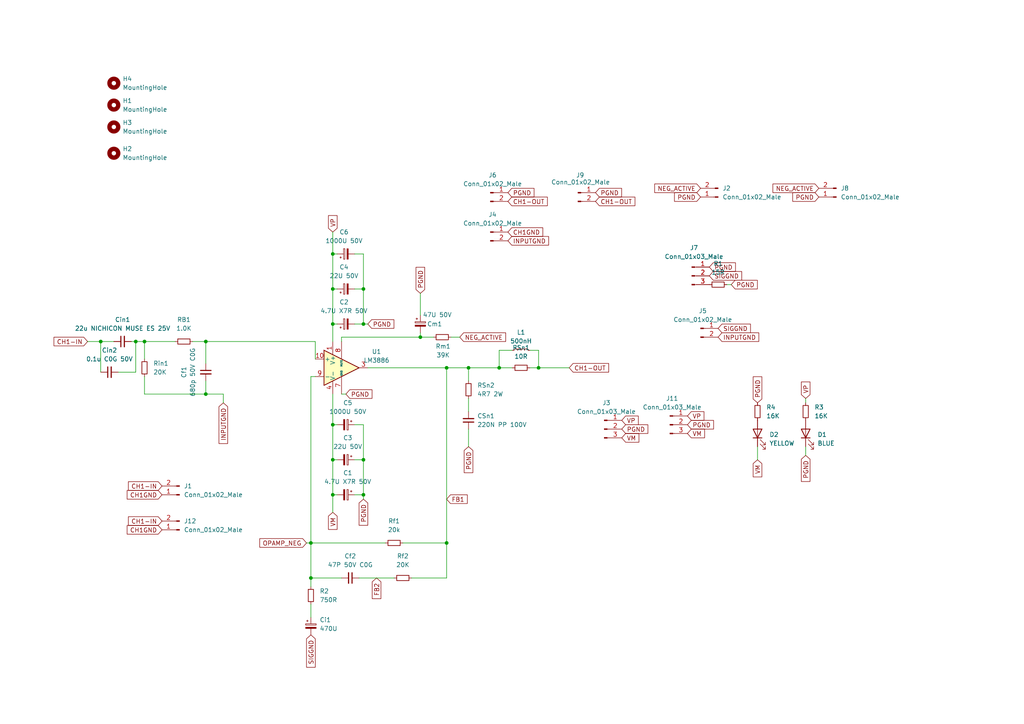
<source format=kicad_sch>
(kicad_sch (version 20231120) (generator "eeschema") (generator_version "8.0")
  (paper "A4")
  (lib_symbols
    (symbol "Amplifier_Audio:LM3886" (pin_names (offset 0.127))
      (property "Reference" "U" (at 5.08 6.35 0))
      (property "Value" "LM3886" (at 5.08 3.81 0))
      (symbol "LM3886_0_1"
        (polyline (pts (xy -5.08 5.08) (xy 5.08 0) (xy -5.08 -5.08) (xy -5.08 5.08)) (stroke (width 0.254)) (fill (type background)))
      )
      (symbol "LM3886_1_1"
        (pin power_in line (at -2.54 7.62 270) (length 3.81) (name "V+") (number "1"))
        (pin input line (at -7.62 2.54 0) (length 2.54) (name "+") (number "10"))
        (pin no_connect line (at 2.54 2.54 270) (length 2.54) hide (name "NC") (number "11"))
        (pin no_connect line (at -2.54 2.54 270) (length 2.54) hide (name "NC") (number "2"))
        (pin output line (at 7.62 0 180) (length 2.54) (name "~") (number "3"))
        (pin power_in line (at -2.54 -7.62 90) (length 3.81) (name "V-") (number "4"))
        (pin passive line (at -2.54 7.62 270) (length 3.81) hide (name "V+") (number "5"))
        (pin no_connect line (at 0 2.54 270) (length 2.54) hide (name "NC") (number "6"))
        (pin power_in line (at 0 -7.62 90) (length 5.08) (name "GND") (number "7"))
        (pin input line (at 0 7.62 270) (length 5.08) (name "MUTE") (number "8"))
        (pin input line (at -7.62 -2.54 0) (length 2.54) (name "-") (number "9"))
      )
    )
    (symbol "Connector:Conn_01x02_Male" (pin_names (offset 1.016) hide)
      (property "Reference" "J" (at 0 2.54 0))
      (property "Value" "Conn_01x02_Male" (at 0 -5.08 0))
      (symbol "Conn_01x02_Male_1_1"
        (polyline (pts (xy 1.27 -2.54) (xy 0.8636 -2.54)) (stroke (width 0.1524)))
        (polyline (pts (xy 1.27 0) (xy 0.8636 0)) (stroke (width 0.1524)))
        (rectangle (start 0.8636 -2.413) (end 0 -2.667) (stroke (width 0.1524)) (fill (type outline)))
        (rectangle (start 0.8636 0.127) (end 0 -0.127) (stroke (width 0.1524)) (fill (type outline)))
        (pin passive line (at 5.08 0 180) (length 3.81) (name "Pin_1") (number "1"))
        (pin passive line (at 5.08 -2.54 180) (length 3.81) (name "Pin_2") (number "2"))
      )
    )
    (symbol "Connector:Conn_01x03_Male" (pin_names (offset 1.016) hide)
      (property "Reference" "J" (at 0 5.08 0))
      (property "Value" "Conn_01x03_Male" (at 0 -5.08 0))
      (symbol "Conn_01x03_Male_1_1"
        (polyline (pts (xy 1.27 -2.54) (xy 0.8636 -2.54)) (stroke (width 0.1524)))
        (polyline (pts (xy 1.27 0) (xy 0.8636 0)) (stroke (width 0.1524)))
        (polyline (pts (xy 1.27 2.54) (xy 0.8636 2.54)) (stroke (width 0.1524)))
        (rectangle (start 0.8636 -2.413) (end 0 -2.667) (stroke (width 0.1524)) (fill (type outline)))
        (rectangle (start 0.8636 0.127) (end 0 -0.127) (stroke (width 0.1524)) (fill (type outline)))
        (rectangle (start 0.8636 2.667) (end 0 2.413) (stroke (width 0.1524)) (fill (type outline)))
        (pin passive line (at 5.08 2.54 180) (length 3.81) (name "Pin_1") (number "1"))
        (pin passive line (at 5.08 0 180) (length 3.81) (name "Pin_2") (number "2"))
        (pin passive line (at 5.08 -2.54 180) (length 3.81) (name "Pin_3") (number "3"))
      )
    )
    (symbol "Device:C_Polarized_Small" (pin_numbers hide) (pin_names (offset 0.254) hide)
      (property "Reference" "C" (at 0.254 1.778 0))
      (property "Value" "C_Polarized_Small" (at 0.254 -2.032 0))
      (symbol "C_Polarized_Small_0_1"
        (rectangle (start -1.524 -0.3048) (end 1.524 -0.6858) (fill (type outline)))
        (rectangle (start -1.524 0.6858) (end 1.524 0.3048))
        (polyline (pts (xy -1.27 1.524) (xy -0.762 1.524)))
        (polyline (pts (xy -1.016 1.27) (xy -1.016 1.778)))
      )
      (symbol "C_Polarized_Small_1_1"
        (pin passive line (at 0 2.54 270) (length 1.8542) (name "~") (number "1"))
        (pin passive line (at 0 -2.54 90) (length 1.8542) (name "~") (number "2"))
      )
    )
    (symbol "Device:C_Small" (pin_numbers hide) (pin_names (offset 0.254) hide)
      (property "Reference" "C" (at 0.254 1.778 0))
      (property "Value" "C_Small" (at 0.254 -2.032 0))
      (symbol "C_Small_0_1"
        (polyline (pts (xy -1.524 -0.508) (xy 1.524 -0.508)) (stroke (width 0.3302)))
        (polyline (pts (xy -1.524 0.508) (xy 1.524 0.508)) (stroke (width 0.3048)))
      )
      (symbol "C_Small_1_1"
        (pin passive line (at 0 2.54 270) (length 2.032) (name "~") (number "1"))
        (pin passive line (at 0 -2.54 90) (length 2.032) (name "~") (number "2"))
      )
    )
    (symbol "Device:LED" (pin_numbers hide) (pin_names (offset 1.016) hide)
      (property "Reference" "D" (at 0 2.54 0))
      (property "Value" "LED" (at 0 -2.54 0))
      (symbol "LED_0_1"
        (polyline (pts (xy -1.27 -1.27) (xy -1.27 1.27)) (stroke (width 0.254)))
        (polyline (pts (xy -1.27 0) (xy 1.27 0)))
        (polyline (pts (xy 1.27 -1.27) (xy 1.27 1.27) (xy -1.27 0) (xy 1.27 -1.27)) (stroke (width 0.254)))
        (polyline (pts (xy -3.048 -0.762) (xy -4.572 -2.286) (xy -3.81 -2.286) (xy -4.572 -2.286) (xy -4.572 -1.524)))
        (polyline (pts (xy -1.778 -0.762) (xy -3.302 -2.286) (xy -2.54 -2.286) (xy -3.302 -2.286) (xy -3.302 -1.524)))
      )
      (symbol "LED_1_1"
        (pin passive line (at -3.81 0 0) (length 2.54) (name "K") (number "1"))
        (pin passive line (at 3.81 0 180) (length 2.54) (name "A") (number "2"))
      )
    )
    (symbol "Device:L_Small" (pin_numbers hide) (pin_names (offset 0.254) hide)
      (property "Reference" "L" (at 0.762 1.016 0))
      (property "Value" "L_Small" (at 0.762 -1.016 0))
      (symbol "L_Small_0_1"
        (arc (start 0 -2.032) (mid 0.5058 -1.524) (end 0 -1.016))
        (arc (start 0 -1.016) (mid 0.5058 -0.508) (end 0 0))
        (arc (start 0 0) (mid 0.5058 0.508) (end 0 1.016))
        (arc (start 0 1.016) (mid 0.5058 1.524) (end 0 2.032))
      )
      (symbol "L_Small_1_1"
        (pin passive line (at 0 2.54 270) (length 0.508) (name "~") (number "1"))
        (pin passive line (at 0 -2.54 90) (length 0.508) (name "~") (number "2"))
      )
    )
    (symbol "Device:R_Small" (pin_numbers hide) (pin_names (offset 0.254) hide)
      (property "Reference" "R" (at 0.762 0.508 0))
      (property "Value" "R_Small" (at 0.762 -1.016 0))
      (symbol "R_Small_0_1"
        (rectangle (start -0.762 1.778) (end 0.762 -1.778) (stroke (width 0.2032)))
      )
      (symbol "R_Small_1_1"
        (pin passive line (at 0 2.54 270) (length 0.762) (name "~") (number "1"))
        (pin passive line (at 0 -2.54 90) (length 0.762) (name "~") (number "2"))
      )
    )
    (symbol "Mechanical:MountingHole" (pin_names (offset 1.016))
      (property "Reference" "H" (at 0 5.08 0))
      (property "Value" "MountingHole" (at 0 3.175 0))
      (symbol "MountingHole_0_1"
        (circle (center 0 0) (radius 1.27) (stroke (width 1.27)))
      )
    )
  )
  (junction (at 96.52 83.82))
  (junction (at 144.78 106.68))
  (junction (at 129.54 106.68))
  (junction (at 59.69 114.3))
  (junction (at 96.52 123.19))
  (junction (at 156.21 106.68))
  (junction (at 135.89 106.68))
  (junction (at 129.54 157.48))
  (junction (at 90.17 157.48))
  (junction (at 105.41 83.82))
  (junction (at 90.17 167.64))
  (junction (at 39.37 99.06))
  (junction (at 121.92 97.79))
  (junction (at 105.41 93.98))
  (junction (at 59.69 99.06))
  (junction (at 29.21 99.06))
  (junction (at 96.52 73.66))
  (junction (at 41.91 99.06))
  (junction (at 105.41 133.35))
  (junction (at 96.52 143.51))
  (junction (at 96.52 93.98))
  (junction (at 96.52 133.35))
  (junction (at 105.41 143.51))
  (wire (pts (xy 90.17 157.48) (xy 90.17 167.64)))
  (wire (pts (xy 116.84 157.48) (xy 129.54 157.48)))
  (wire (pts (xy 102.87 133.35) (xy 105.41 133.35)))
  (wire (pts (xy 105.41 83.82) (xy 105.41 93.98)))
  (wire (pts (xy 135.89 115.57) (xy 135.89 119.38)))
  (wire (pts (xy 90.17 157.48) (xy 111.76 157.48)))
  (wire (pts (xy 130.81 97.79) (xy 133.35 97.79)))
  (wire (pts (xy 41.91 114.3) (xy 59.69 114.3)))
  (wire (pts (xy 88.9 157.48) (xy 90.17 157.48)))
  (wire (pts (xy 96.52 133.35) (xy 96.52 143.51)))
  (wire (pts (xy 39.37 99.06) (xy 41.91 99.06)))
  (wire (pts (xy 96.52 123.19) (xy 96.52 133.35)))
  (wire (pts (xy 29.21 99.06) (xy 33.02 99.06)))
  (wire (pts (xy 105.41 143.51) (xy 105.41 144.78)))
  (wire (pts (xy 129.54 106.68) (xy 129.54 157.48)))
  (wire (pts (xy 91.44 99.06) (xy 91.44 104.14)))
  (wire (pts (xy 96.52 133.35) (xy 97.79 133.35)))
  (wire (pts (xy 129.54 157.48) (xy 129.54 167.64)))
  (wire (pts (xy 105.41 73.66) (xy 105.41 83.82)))
  (wire (pts (xy 90.17 109.22) (xy 90.17 157.48)))
  (wire (pts (xy 121.92 96.52) (xy 121.92 97.79)))
  (wire (pts (xy 119.38 167.64) (xy 129.54 167.64)))
  (wire (pts (xy 105.41 93.98) (xy 106.68 93.98)))
  (wire (pts (xy 96.52 143.51) (xy 97.79 143.51)))
  (wire (pts (xy 99.06 114.3) (xy 100.33 114.3)))
  (wire (pts (xy 102.87 73.66) (xy 105.41 73.66)))
  (wire (pts (xy 156.21 106.68) (xy 165.1 106.68)))
  (wire (pts (xy 25.4 99.06) (xy 29.21 99.06)))
  (wire (pts (xy 99.06 97.79) (xy 121.92 97.79)))
  (wire (pts (xy 59.69 114.3) (xy 64.77 114.3)))
  (wire (pts (xy 135.89 106.68) (xy 135.89 110.49)))
  (wire (pts (xy 55.88 99.06) (xy 59.69 99.06)))
  (wire (pts (xy 41.91 99.06) (xy 41.91 104.14)))
  (wire (pts (xy 156.21 101.6) (xy 156.21 106.68)))
  (wire (pts (xy 129.54 106.68) (xy 135.89 106.68)))
  (wire (pts (xy 96.52 83.82) (xy 97.79 83.82)))
  (wire (pts (xy 153.67 106.68) (xy 156.21 106.68)))
  (wire (pts (xy 29.21 99.06) (xy 29.21 107.95)))
  (wire (pts (xy 99.06 167.64) (xy 90.17 167.64)))
  (wire (pts (xy 102.87 143.51) (xy 105.41 143.51)))
  (wire (pts (xy 153.67 101.6) (xy 156.21 101.6)))
  (wire (pts (xy 59.69 110.49) (xy 59.69 114.3)))
  (wire (pts (xy 148.59 101.6) (xy 144.78 101.6)))
  (wire (pts (xy 144.78 106.68) (xy 148.59 106.68)))
  (wire (pts (xy 105.41 133.35) (xy 105.41 143.51)))
  (wire (pts (xy 96.52 73.66) (xy 96.52 83.82)))
  (wire (pts (xy 96.52 73.66) (xy 97.79 73.66)))
  (wire (pts (xy 105.41 123.19) (xy 105.41 133.35)))
  (wire (pts (xy 135.89 106.68) (xy 144.78 106.68)))
  (wire (pts (xy 39.37 107.95) (xy 34.29 107.95)))
  (wire (pts (xy 219.71 133.35) (xy 219.71 129.54)))
  (wire (pts (xy 59.69 99.06) (xy 91.44 99.06)))
  (wire (pts (xy 233.68 132.08) (xy 233.68 129.54)))
  (wire (pts (xy 41.91 109.22) (xy 41.91 114.3)))
  (wire (pts (xy 38.1 99.06) (xy 39.37 99.06)))
  (wire (pts (xy 91.44 109.22) (xy 90.17 109.22)))
  (wire (pts (xy 121.92 97.79) (xy 125.73 97.79)))
  (wire (pts (xy 96.52 83.82) (xy 96.52 93.98)))
  (wire (pts (xy 135.89 124.46) (xy 135.89 129.54)))
  (wire (pts (xy 96.52 123.19) (xy 97.79 123.19)))
  (wire (pts (xy 99.06 97.79) (xy 99.06 99.06)))
  (wire (pts (xy 102.87 83.82) (xy 105.41 83.82)))
  (wire (pts (xy 210.82 82.55) (xy 212.09 82.55)))
  (wire (pts (xy 90.17 175.26) (xy 90.17 179.07)))
  (wire (pts (xy 121.92 85.09) (xy 121.92 91.44)))
  (wire (pts (xy 90.17 167.64) (xy 90.17 170.18)))
  (wire (pts (xy 102.87 93.98) (xy 105.41 93.98)))
  (wire (pts (xy 96.52 114.3) (xy 96.52 123.19)))
  (wire (pts (xy 106.68 106.68) (xy 129.54 106.68)))
  (wire (pts (xy 96.52 93.98) (xy 97.79 93.98)))
  (wire (pts (xy 96.52 143.51) (xy 96.52 148.59)))
  (wire (pts (xy 39.37 99.06) (xy 39.37 107.95)))
  (wire (pts (xy 59.69 99.06) (xy 59.69 105.41)))
  (wire (pts (xy 64.77 114.3) (xy 64.77 116.84)))
  (wire (pts (xy 104.14 167.64) (xy 114.3 167.64)))
  (wire (pts (xy 144.78 101.6) (xy 144.78 106.68)))
  (wire (pts (xy 102.87 123.19) (xy 105.41 123.19)))
  (wire (pts (xy 233.68 115.57) (xy 233.68 116.84)))
  (wire (pts (xy 41.91 99.06) (xy 50.8 99.06)))
  (wire (pts (xy 96.52 93.98) (xy 96.52 99.06)))
  (wire (pts (xy 96.52 67.31) (xy 96.52 73.66)))
  (global_label "CH1-OUT" (shape input) (at 165.1 106.68 0) (property "Intersheetrefs" "${INTERSHEET_REFS}" (effects (hide yes))))
  (global_label "VP" (shape input) (at 233.68 115.57 90) (property "Intersheetrefs" "${INTERSHEET_REFS}" (effects (hide yes))))
  (global_label "PGND" (shape input) (at 233.68 132.08 270) (property "Intersheetrefs" "${INTERSHEET_REFS}" (effects (hide yes))))
  (global_label "PGND" (shape input) (at 105.41 144.78 270) (property "Intersheetrefs" "${INTERSHEET_REFS}" (effects (hide yes))))
  (global_label "CH1-IN" (shape input) (at 46.99 140.97 180) (property "Intersheetrefs" "${INTERSHEET_REFS}" (effects (hide yes))))
  (global_label "PGND" (shape input) (at 180.34 124.46 0) (property "Intersheetrefs" "${INTERSHEET_REFS}" (effects (hide yes))))
  (global_label "PGND" (shape input) (at 203.2 57.15 180) (property "Intersheetrefs" "${INTERSHEET_REFS}" (effects (hide yes))))
  (global_label "CH1-IN" (shape input) (at 25.4 99.06 180) (property "Intersheetrefs" "${INTERSHEET_REFS}" (effects (hide yes))))
  (global_label "PGND" (shape input) (at 199.39 123.19 0) (property "Intersheetrefs" "${INTERSHEET_REFS}" (effects (hide yes))))
  (global_label "PGND" (shape input) (at 212.09 82.55 0) (property "Intersheetrefs" "${INTERSHEET_REFS}" (effects (hide yes))))
  (global_label "VP" (shape input) (at 180.34 121.92 0) (property "Intersheetrefs" "${INTERSHEET_REFS}" (effects (hide yes))))
  (global_label "SIGGND" (shape input) (at 90.17 184.15 270) (property "Intersheetrefs" "${INTERSHEET_REFS}" (effects (hide yes))))
  (global_label "SIGGND" (shape input) (at 205.74 80.01 0) (property "Intersheetrefs" "${INTERSHEET_REFS}" (effects (hide yes))))
  (global_label "OPAMP_NEG" (shape input) (at 88.9 157.48 180) (property "Intersheetrefs" "${INTERSHEET_REFS}" (effects (hide yes))))
  (global_label "PGND" (shape input) (at 121.92 85.09 90) (property "Intersheetrefs" "${INTERSHEET_REFS}" (effects (hide yes))))
  (global_label "PGND" (shape input) (at 205.74 77.47 0) (property "Intersheetrefs" "${INTERSHEET_REFS}" (effects (hide yes))))
  (global_label "PGND" (shape input) (at 237.49 57.15 180) (property "Intersheetrefs" "${INTERSHEET_REFS}" (effects (hide yes))))
  (global_label "VM" (shape input) (at 180.34 127 0) (property "Intersheetrefs" "${INTERSHEET_REFS}" (effects (hide yes))))
  (global_label "INPUTGND" (shape input) (at 147.32 69.85 0) (property "Intersheetrefs" "${INTERSHEET_REFS}" (effects (hide yes))))
  (global_label "PGND" (shape input) (at 100.33 114.3 0) (property "Intersheetrefs" "${INTERSHEET_REFS}" (effects (hide yes))))
  (global_label "VM" (shape input) (at 219.71 133.35 270) (property "Intersheetrefs" "${INTERSHEET_REFS}" (effects (hide yes))))
  (global_label "FB2" (shape input) (at 109.22 167.64 270) (property "Intersheetrefs" "${INTERSHEET_REFS}" (effects (hide yes))))
  (global_label "VP" (shape input) (at 96.52 67.31 90) (property "Intersheetrefs" "${INTERSHEET_REFS}" (effects (hide yes))))
  (global_label "SIGGND" (shape input) (at 208.28 95.25 0) (property "Intersheetrefs" "${INTERSHEET_REFS}" (effects (hide yes))))
  (global_label "PGND" (shape input) (at 172.72 55.88 0) (property "Intersheetrefs" "${INTERSHEET_REFS}" (effects (hide yes))))
  (global_label "CH1-IN" (shape input) (at 46.99 151.13 180) (property "Intersheetrefs" "${INTERSHEET_REFS}" (effects (hide yes))))
  (global_label "VM" (shape input) (at 199.39 125.73 0) (property "Intersheetrefs" "${INTERSHEET_REFS}" (effects (hide yes))))
  (global_label "NEG_ACTIVE" (shape input) (at 133.35 97.79 0) (property "Intersheetrefs" "${INTERSHEET_REFS}" (effects (hide yes))))
  (global_label "PGND" (shape input) (at 219.71 116.84 90) (property "Intersheetrefs" "${INTERSHEET_REFS}" (effects (hide yes))))
  (global_label "CH1GND" (shape input) (at 46.99 143.51 180) (property "Intersheetrefs" "${INTERSHEET_REFS}" (effects (hide yes))))
  (global_label "CH1GND" (shape input) (at 147.32 67.31 0) (property "Intersheetrefs" "${INTERSHEET_REFS}" (effects (hide yes))))
  (global_label "CH1-OUT" (shape input) (at 172.72 58.42 0) (property "Intersheetrefs" "${INTERSHEET_REFS}" (effects (hide yes))))
  (global_label "PGND" (shape input) (at 106.68 93.98 0) (property "Intersheetrefs" "${INTERSHEET_REFS}" (effects (hide yes))))
  (global_label "INPUTGND" (shape input) (at 64.77 116.84 270) (property "Intersheetrefs" "${INTERSHEET_REFS}" (effects (hide yes))))
  (global_label "NEG_ACTIVE" (shape input) (at 237.49 54.61 180) (property "Intersheetrefs" "${INTERSHEET_REFS}" (effects (hide yes))))
  (global_label "VM" (shape input) (at 96.52 148.59 270) (property "Intersheetrefs" "${INTERSHEET_REFS}" (effects (hide yes))))
  (global_label "CH1-OUT" (shape input) (at 147.32 58.42 0) (property "Intersheetrefs" "${INTERSHEET_REFS}" (effects (hide yes))))
  (global_label "FB1" (shape input) (at 129.54 144.78 0) (property "Intersheetrefs" "${INTERSHEET_REFS}" (effects (hide yes))))
  (global_label "CH1GND" (shape input) (at 46.99 153.67 180) (property "Intersheetrefs" "${INTERSHEET_REFS}" (effects (hide yes))))
  (global_label "INPUTGND" (shape input) (at 208.28 97.79 0) (property "Intersheetrefs" "${INTERSHEET_REFS}" (effects (hide yes))))
  (global_label "NEG_ACTIVE" (shape input) (at 203.2 54.61 180) (property "Intersheetrefs" "${INTERSHEET_REFS}" (effects (hide yes))))
  (global_label "PGND" (shape input) (at 147.32 55.88 0) (property "Intersheetrefs" "${INTERSHEET_REFS}" (effects (hide yes))))
  (global_label "VP" (shape input) (at 199.39 120.65 0) (property "Intersheetrefs" "${INTERSHEET_REFS}" (effects (hide yes))))
  (global_label "PGND" (shape input) (at 135.89 129.54 270) (property "Intersheetrefs" "${INTERSHEET_REFS}" (effects (hide yes))))
  (symbol (lib_id "Connector:Conn_01x03_Male") (at 175.26 124.46 0) (unit 1)
    (property "Reference" "J3" (at 175.895 116.84 0))
    (property "Value" "Conn_01x03_Male" (at 175.895 119.38 0))
    (property "Footprint" "Connector_JST:JST_VH_B3P-VH-B_1x03_P3.96mm_Vertical" (effects (hide yes)))
  )
  (symbol (lib_id "Device:R_Small") (at 233.68 119.38 180) (unit 1)
    (property "Reference" "R3" (at 236.22 118.1099 0) (effects (justify right)))
    (property "Value" "16K" (at 236.22 120.6499 0) (effects (justify right)))
    (property "Footprint" "Resistor_SMD:R_0603_1608Metric_Pad0.98x0.95mm_HandSolder" (effects (hide yes)))
  )
  (symbol (lib_id "Device:C_Polarized_Small") (at 100.33 143.51 270) (unit 1)
    (property "Reference" "C1" (at 100.8761 137.16 90))
    (property "Value" "4.7U X7R 50V" (at 100.8761 139.7 90))
    (property "Footprint" "Capacitor_SMD:C_1206_3216Metric_Pad1.33x1.80mm_HandSolder" (effects (hide yes)))
    (property "Mouser" " 80-C1206X475J5RACTU " (effects (hide yes)))
  )
  (symbol (lib_id "Mechanical:MountingHole") (at 33.02 24.13 0) (unit 1)
    (property "Reference" "H4" (at 35.56 22.8599 0) (effects (justify left)))
    (property "Value" "MountingHole" (at 35.56 25.3999 0) (effects (justify left)))
    (property "Footprint" "Custom:M3 Slot" (effects (hide yes)))
  )
  (symbol (lib_id "Device:R_Small") (at 208.28 82.55 90) (unit 1)
    (property "Reference" "R1" (at 208.28 76.454 90))
    (property "Value" "15R" (at 208.28 78.994 90))
    (property "Footprint" "Resistor_SMD:R_1206_3216Metric_Pad1.30x1.75mm_HandSolder" (effects (hide yes)))
  )
  (symbol (lib_id "Device:C_Polarized_Small") (at 90.17 181.61 0) (unit 1)
    (property "Reference" "Ci1" (at 92.71 179.7938 0) (effects (justify left)))
    (property "Value" "470U" (at 92.71 182.3338 0) (effects (justify left)))
    (property "Footprint" "Capacitor_THT:CP_Radial_D12.5mm_P5.00mm" (effects (hide yes)))
  )
  (symbol (lib_id "Device:R_Small") (at 135.89 113.03 180) (unit 1)
    (property "Reference" "RSn2" (at 138.43 111.7599 0) (effects (justify right)))
    (property "Value" "4R7 2W" (at 138.43 114.2999 0) (effects (justify right)))
    (property "Footprint" "Resistor_SMD:R_2512_6332Metric_Pad1.40x3.35mm_HandSolder" (effects (hide yes)))
    (property "Mouser" "603-RC2512JK-7W4R7" (effects (hide yes)))
  )
  (symbol (lib_id "Device:R_Small") (at 114.3 157.48 270) (unit 1)
    (property "Reference" "Rf1" (at 114.3 151.13 90))
    (property "Value" "20k" (at 114.3 153.67 90))
    (property "Footprint" "Resistor_SMD:R_1206_3216Metric_Pad1.30x1.75mm_HandSolder" (effects (hide yes)))
    (property "Mouser" "603-RT1206FRD0720KL" (effects (hide yes)))
  )
  (symbol (lib_id "Connector:Conn_01x02_Male") (at 52.07 143.51 180) (unit 1)
    (property "Reference" "J1" (at 53.34 140.9699 0) (effects (justify right)))
    (property "Value" "Conn_01x02_Male" (at 53.34 143.5099 0) (effects (justify right)))
    (property "Footprint" "Connector_JST:JST_PH_B2B-PH-K_1x02_P2.00mm_Vertical" (effects (hide yes)))
  )
  (symbol (lib_id "Device:R_Small") (at 90.17 172.72 0) (unit 1)
    (property "Reference" "R2" (at 92.71 171.4499 0) (effects (justify left)))
    (property "Value" "750R" (at 92.71 173.9899 0) (effects (justify left)))
    (property "Footprint" "Resistor_SMD:R_1206_3216Metric_Pad1.30x1.75mm_HandSolder" (effects (hide yes)))
    (property "Mouser" "603-RT1206FRE07750RL " (effects (hide yes)))
  )
  (symbol (lib_id "Device:C_Small") (at 31.75 107.95 90) (unit 1)
    (property "Reference" "Cin2" (at 31.7563 101.6 90))
    (property "Value" "0.1u C0G 50V" (at 31.7563 104.14 90))
    (property "Footprint" "Capacitor_SMD:C_1206_3216Metric_Pad1.33x1.80mm_HandSolder" (effects (hide yes)))
    (property "Mouser" " 81-GRT31C5C1H104FA2L " (effects (hide yes)))
  )
  (symbol (lib_id "Connector:Conn_01x02_Male") (at 242.57 57.15 180) (unit 1)
    (property "Reference" "J8" (at 243.84 54.6099 0) (effects (justify right)))
    (property "Value" "Conn_01x02_Male" (at 243.84 57.1499 0) (effects (justify right)))
    (property "Footprint" "Connector_JST:JST_PH_B2B-PH-K_1x02_P2.00mm_Vertical" (effects (hide yes)))
  )
  (symbol (lib_id "Connector:Conn_01x02_Male") (at 167.64 55.88 0) (unit 1)
    (property "Reference" "J9" (at 168.275 50.8 0))
    (property "Value" "Conn_01x02_Male" (at 168.402 52.832 0))
    (property "Footprint" "Connector_JST:JST_VH_B2P-VH_1x02_P3.96mm_Vertical" (effects (hide yes)))
  )
  (symbol (lib_id "Device:C_Small") (at 35.56 99.06 90) (unit 1)
    (property "Reference" "Cin1" (at 35.5663 92.71 90))
    (property "Value" "22u NICHICON MUSE ES 25V" (at 35.5663 95.25 90))
    (property "Footprint" "Capacitor_THT:C_Radial_D6.3mm_H5.0mm_P2.50mm" (effects (hide yes)))
  )
  (symbol (lib_id "Connector:Conn_01x02_Male") (at 208.28 57.15 180) (unit 1)
    (property "Reference" "J2" (at 209.55 54.6099 0) (effects (justify right)))
    (property "Value" "Conn_01x02_Male" (at 209.55 57.1499 0) (effects (justify right)))
    (property "Footprint" "Connector_JST:JST_PH_B2B-PH-K_1x02_P2.00mm_Vertical" (effects (hide yes)))
  )
  (symbol (lib_id "Mechanical:MountingHole") (at 33.02 36.83 0) (unit 1)
    (property "Reference" "H3" (at 35.56 35.5599 0) (effects (justify left)))
    (property "Value" "MountingHole" (at 35.56 38.0999 0) (effects (justify left)))
    (property "Footprint" "Custom:M3 Slot" (effects (hide yes)))
  )
  (symbol (lib_id "Device:C_Small") (at 59.69 107.95 0) (unit 1)
    (property "Reference" "Cf1" (at 53.34 107.9564 90))
    (property "Value" "680p 50V C0G" (at 55.88 107.9564 90))
    (property "Footprint" "Capacitor_SMD:C_1206_3216Metric_Pad1.33x1.80mm_HandSolder" (effects (hide yes)))
    (property "Mouser" " 603-CC126GRNPO9BN681 " (effects (hide yes)))
  )
  (symbol (lib_id "Device:R_Small") (at 116.84 167.64 270) (unit 1)
    (property "Reference" "Rf2" (at 116.84 161.29 90))
    (property "Value" "20K" (at 116.84 163.83 90))
    (property "Footprint" "Resistor_SMD:R_1206_3216Metric_Pad1.30x1.75mm_HandSolder" (effects (hide yes)))
    (property "Mouser" "603-RT1206FRD0720KL" (effects (hide yes)))
  )
  (symbol (lib_id "Device:R_Small") (at 219.71 119.38 180) (unit 1)
    (property "Reference" "R4" (at 222.25 118.1099 0) (effects (justify right)))
    (property "Value" "16K" (at 222.25 120.6499 0) (effects (justify right)))
    (property "Footprint" "Resistor_SMD:R_0603_1608Metric_Pad0.98x0.95mm_HandSolder" (effects (hide yes)))
  )
  (symbol (lib_id "Mechanical:MountingHole") (at 33.02 30.48 0) (unit 1)
    (property "Reference" "H1" (at 35.56 29.2099 0) (effects (justify left)))
    (property "Value" "MountingHole" (at 35.56 31.7499 0) (effects (justify left)))
    (property "Footprint" "Custom:M3 Slot" (effects (hide yes)))
  )
  (symbol (lib_id "Device:LED") (at 219.71 125.73 90) (unit 1)
    (property "Reference" "D2" (at 223.139 126.0474 90) (effects (justify right)))
    (property "Value" "YELLOW" (at 223.139 128.5874 90) (effects (justify right)))
    (property "Footprint" "LED_SMD:LED_0603_1608Metric_Pad1.05x0.95mm_HandSolder" (effects (hide yes)))
  )
  (symbol (lib_id "Device:R_Small") (at 41.91 106.68 180) (unit 1)
    (property "Reference" "Rin1" (at 44.45 105.4099 0) (effects (justify right)))
    (property "Value" "20K" (at 44.45 107.9499 0) (effects (justify right)))
    (property "Footprint" "Resistor_SMD:R_1206_3216Metric_Pad1.30x1.75mm_HandSolder" (effects (hide yes)))
    (property "Mouser" "603-RT1206FRD0720KL" (effects (hide yes)))
  )
  (symbol (lib_id "Device:C_Small") (at 101.6 167.64 270) (unit 1)
    (property "Reference" "Cf2" (at 101.5936 161.29 90))
    (property "Value" "47P 50V C0G" (at 101.5936 163.83 90))
    (property "Footprint" "Capacitor_SMD:C_1206_3216Metric_Pad1.33x1.80mm_HandSolder" (effects (hide yes)))
    (property "Mouser" "791-1206N470F500CT" (effects (hide yes)))
  )
  (symbol (lib_id "Device:R_Small") (at 151.13 106.68 270) (unit 1)
    (property "Reference" "RSn1" (at 151.13 100.838 90))
    (property "Value" "10R" (at 151.13 103.378 90))
    (property "Footprint" "Resistor_SMD:R_4020_10251Metric_Pad1.65x5.30mm_HandSolder" (effects (hide yes)))
    (property "Mouser" "279-355010RJT" (effects (hide yes)))
  )
  (symbol (lib_id "Connector:Conn_01x02_Male") (at 142.24 67.31 0) (unit 1)
    (property "Reference" "J4" (at 142.875 62.23 0))
    (property "Value" "Conn_01x02_Male" (at 142.875 64.77 0))
    (property "Footprint" "Connector_PinHeader_2.54mm:PinHeader_1x02_P2.54mm_Vertical" (effects (hide yes)))
  )
  (symbol (lib_id "Mechanical:MountingHole") (at 33.02 44.45 0) (unit 1)
    (property "Reference" "H2" (at 35.56 43.1799 0) (effects (justify left)))
    (property "Value" "MountingHole" (at 35.56 45.7199 0) (effects (justify left)))
    (property "Footprint" "Custom:M3 Slot" (effects (hide yes)))
  )
  (symbol (lib_id "Connector:Conn_01x02_Male") (at 142.24 55.88 0) (unit 1)
    (property "Reference" "J6" (at 142.875 50.8 0))
    (property "Value" "Conn_01x02_Male" (at 142.875 53.34 0))
    (property "Footprint" "Connector_JST:JST_VH_B2P-VH_1x02_P3.96mm_Vertical" (effects (hide yes)))
  )
  (symbol (lib_id "Connector:Conn_01x02_Male") (at 203.2 95.25 0) (unit 1)
    (property "Reference" "J5" (at 203.835 90.17 0))
    (property "Value" "Conn_01x02_Male" (at 203.835 92.71 0))
    (property "Footprint" "Connector_PinHeader_2.54mm:PinHeader_1x02_P2.54mm_Vertical" (effects (hide yes)))
  )
  (symbol (lib_id "Device:C_Polarized_Small") (at 100.33 83.82 90) (unit 1)
    (property "Reference" "C4" (at 99.7839 77.47 90))
    (property "Value" "22U 50V" (at 99.7839 80.01 90))
    (property "Footprint" "Capacitor_THT:CP_Radial_D6.3mm_P2.50mm" (effects (hide yes)))
  )
  (symbol (lib_id "Device:C_Small") (at 135.89 121.92 180) (unit 1)
    (property "Reference" "CSn1" (at 138.43 120.6435 0) (effects (justify right)))
    (property "Value" "220N PP 100V" (at 138.43 123.1835 0) (effects (justify right)))
    (property "Footprint" "Capacitor_THT:C_Rect_L18.0mm_W7.0mm_P15.00mm_FKS3_FKP3" (effects (hide yes)))
    (property "Mouser" " 505-MKP1D032204D00JB " (effects (hide yes)))
  )
  (symbol (lib_id "Device:R_Small") (at 53.34 99.06 90) (unit 1)
    (property "Reference" "RB1" (at 53.34 92.71 90))
    (property "Value" "1.0K" (at 53.34 95.25 90))
    (property "Footprint" "Resistor_SMD:R_1206_3216Metric_Pad1.30x1.75mm_HandSolder" (effects (hide yes)))
    (property "Mouser" "603-RT1206FRE131KL" (effects (hide yes)))
  )
  (symbol (lib_id "Amplifier_Audio:LM3886") (at 99.06 106.68 0) (unit 1)
    (property "Reference" "U1" (at 109.22 101.981 0))
    (property "Value" "LM3886" (at 109.22 104.521 0))
    (property "Footprint" "Package_TO_SOT_THT:TO-220-11_P3.4x5.08mm_StaggerOdd_Lead4.85mm_Vertical" (effects (hide yes)))
    (property "Datasheet" "http://www.ti.com/lit/ds/symlink/lm3886.pdf" (effects (hide yes)))
  )
  (symbol (lib_id "Connector:Conn_01x02_Male") (at 52.07 153.67 180) (unit 1)
    (property "Reference" "J12" (at 53.34 151.1299 0) (effects (justify right)))
    (property "Value" "Conn_01x02_Male" (at 53.34 153.6699 0) (effects (justify right)))
    (property "Footprint" "Connector_JST:JST_PH_B2B-PH-K_1x02_P2.00mm_Vertical" (effects (hide yes)))
  )
  (symbol (lib_id "Device:C_Polarized_Small") (at 121.92 93.98 0) (unit 1)
    (property "Reference" "Cm1" (at 128.27 93.98 0) (effects (justify right)))
    (property "Value" "47U 50V" (at 131.064 91.313 0) (effects (justify right)))
    (property "Footprint" "Capacitor_THT:CP_Radial_D6.3mm_P2.50mm" (effects (hide yes)))
  )
  (symbol (lib_id "Device:LED") (at 233.68 125.73 90) (unit 1)
    (property "Reference" "D1" (at 237.109 126.0474 90) (effects (justify right)))
    (property "Value" "BLUE" (at 237.109 128.5874 90) (effects (justify right)))
    (property "Footprint" "LED_SMD:LED_0603_1608Metric_Pad1.05x0.95mm_HandSolder" (effects (hide yes)))
  )
  (symbol (lib_id "Device:C_Polarized_Small") (at 100.33 93.98 90) (unit 1)
    (property "Reference" "C2" (at 99.7839 87.63 90))
    (property "Value" "4.7U X7R 50V" (at 99.7839 90.17 90))
    (property "Footprint" "Capacitor_SMD:C_1206_3216Metric_Pad1.33x1.80mm_HandSolder" (effects (hide yes)))
    (property "Mouser" " 80-C1206X475J5RACTU " (effects (hide yes)))
  )
  (symbol (lib_id "Device:R_Small") (at 128.27 97.79 90) (unit 1)
    (property "Reference" "Rm1" (at 128.524 100.457 90))
    (property "Value" "39K" (at 128.524 102.997 90))
    (property "Footprint" "Resistor_SMD:R_1206_3216Metric_Pad1.30x1.75mm_HandSolder" (effects (hide yes)))
    (property "Mouser" " 603-RC1206JR-0739KL " (effects (hide yes)))
  )
  (symbol (lib_id "Connector:Conn_01x03_Male") (at 194.31 123.19 0) (unit 1)
    (property "Reference" "J11" (at 194.945 115.57 0))
    (property "Value" "Conn_01x03_Male" (at 194.945 118.11 0))
    (property "Footprint" "Connector_JST:JST_VH_B3P-VH-B_1x03_P3.96mm_Vertical" (effects (hide yes)))
  )
  (symbol (lib_id "Connector:Conn_01x03_Male") (at 200.66 80.01 0) (unit 1)
    (property "Reference" "J7" (at 201.295 71.882 0))
    (property "Value" "Conn_01x03_Male" (at 201.295 74.422 0))
    (property "Footprint" "Connector_PinHeader_2.54mm:PinHeader_1x03_P2.54mm_Vertical" (effects (hide yes)))
  )
  (symbol (lib_id "Device:C_Polarized_Small") (at 100.33 123.19 270) (unit 1)
    (property "Reference" "C5" (at 100.8761 116.84 90))
    (property "Value" "1000U 50V" (at 100.8761 119.38 90))
    (property "Footprint" "Capacitor_THT:CP_Radial_D12.5mm_P5.00mm" (effects (hide yes)))
  )
  (symbol (lib_id "Device:C_Polarized_Small") (at 100.33 133.35 270) (unit 1)
    (property "Reference" "C3" (at 100.8761 127 90))
    (property "Value" "22U 50V" (at 100.8761 129.54 90))
    (property "Footprint" "Capacitor_THT:CP_Radial_D6.3mm_P2.50mm" (effects (hide yes)))
  )
  (symbol (lib_id "Device:L_Small") (at 151.13 101.6 90) (unit 1)
    (property "Reference" "L1" (at 151.13 96.393 90))
    (property "Value" "500nH" (at 151.13 98.933 90))
    (property "Footprint" "Custom:500nH Inductor Aliexpress Air Gap" (effects (hide yes)))
  )
  (symbol (lib_id "Device:C_Polarized_Small") (at 100.33 73.66 90) (unit 1)
    (property "Reference" "C6" (at 99.7839 67.31 90))
    (property "Value" "1000U 50V" (at 99.7839 69.85 90))
    (property "Footprint" "Capacitor_THT:CP_Radial_D12.5mm_P5.00mm" (effects (hide yes)))
  )
)
</source>
